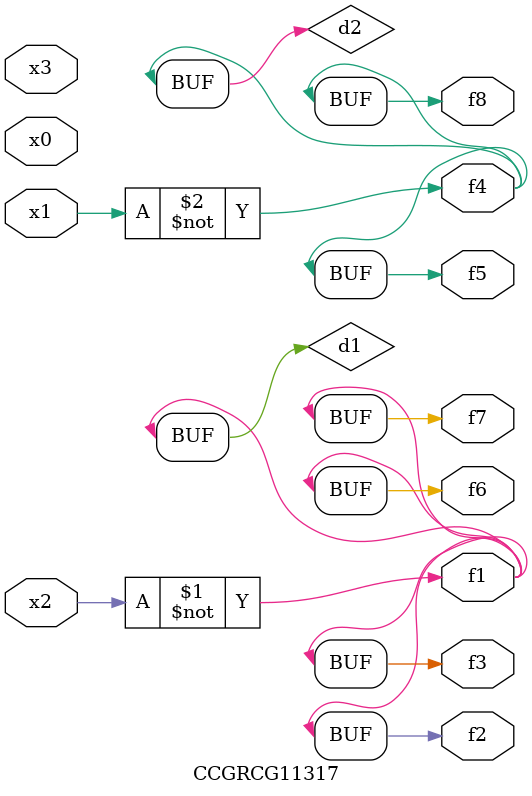
<source format=v>
module CCGRCG11317(
	input x0, x1, x2, x3,
	output f1, f2, f3, f4, f5, f6, f7, f8
);

	wire d1, d2;

	xnor (d1, x2);
	not (d2, x1);
	assign f1 = d1;
	assign f2 = d1;
	assign f3 = d1;
	assign f4 = d2;
	assign f5 = d2;
	assign f6 = d1;
	assign f7 = d1;
	assign f8 = d2;
endmodule

</source>
